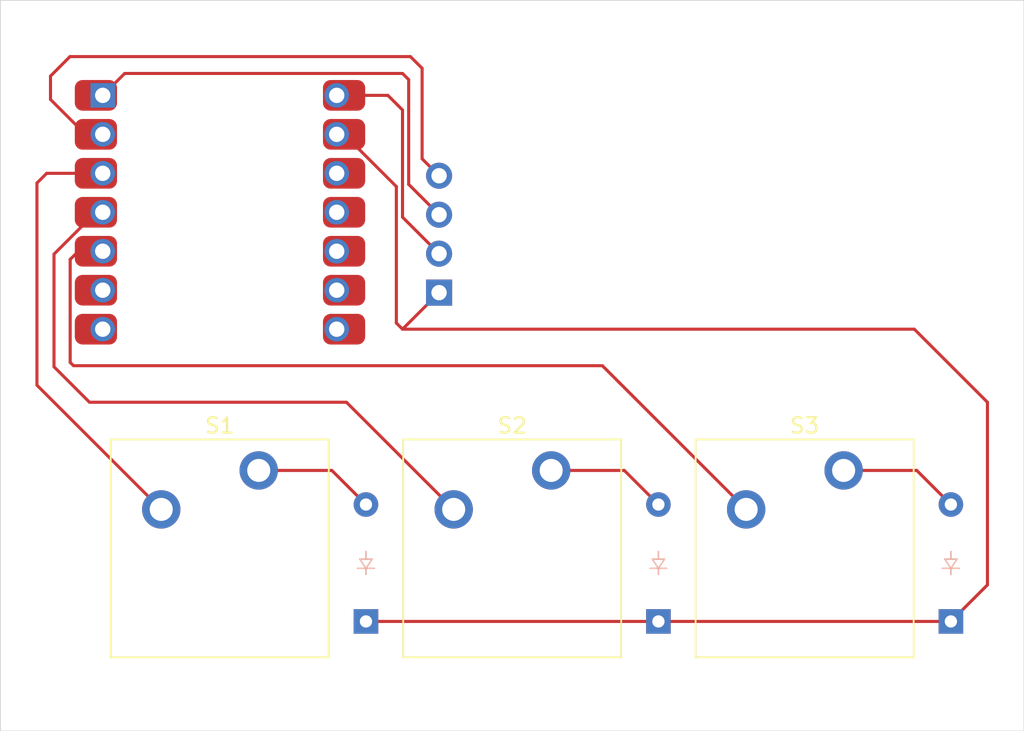
<source format=kicad_pcb>
(kicad_pcb (version 20241229) (generator "pcbnew") (generator_version "9.0")
  (layers (0 "F.Cu" signal) (2 "B.Cu" signal) (13 "F.Paste" user) (15 "B.Paste" user) (5 "F.SilkS" user "F.Silkscreen") (7 "B.SilkS" user "B.Silkscreen") (1 "F.Mask" user) (3 "B.Mask" user) (25 "Edge.Cuts" user))
  (net 0 "")
  (net 1 "Net-(D1-K)")
  (net 2 "Net-(D1-A)")
  (net 3 "Net-(D2-A)")
  (net 4 "Net-(D3-A)")
  (net 5 "Net-(U1-PA10_A2_D2)")
  (net 10 "Net-(J1-VCC)")
  (net 11 "Net-(J1-SCL)")
  (net 12 "Net-(J1-SDA)")
  (net 13 "Net-(U1-PA11_A3_D3)")
  (net 14 "Net-(U1-PA8_A4_D4_SDA)")
  (net 15 "Net-(U1-PA9_A5_D5_SCL)")
  (net 16 "Net-(U1-PA7_A8_D8_SCK)")
  (net 17 "Net-(U1-PB09_A7_D7_RX)")
  (footprint "ScottoKeebs_Components:OLED_128x32" (layer "F.Cu") (at 69.8375 49.73125)
    (property "Reference" "J1" (hide yes))
    (property "Value" "OLED_128x32")
    (pad "1" thru_hole rect (at 1.6 9.8 180) (size 1.7 1.7) (drill 1) (layers "*.Cu" "*.Mask") (net 1 "Net-(D1-K)"))
    (pad "2" thru_hole oval (at 1.6 7.26 180) (size 1.7 1.7) (drill 1) (layers "*.Cu" "*.Mask") (net 10 "Net-(J1-VCC)"))
    (pad "3" thru_hole oval (at 1.6 4.72 180) (size 1.7 1.7) (drill 1) (layers "*.Cu" "*.Mask") (net 11 "Net-(J1-SCL)"))
    (pad "4" thru_hole oval (at 1.6 2.18 180) (size 1.7 1.7) (drill 1) (layers "*.Cu" "*.Mask") (net 12 "Net-(J1-SDA)"))
  )
  (footprint "ScottoKeebs_MX:MX_PCB_1.00u" (layer "F.Cu") (at 76.2 76.2)
    (property "Reference" "S2" (at 0 -8 0) (layer "F.SilkS"))
    (property "Value" "~")
    (fp_line (start -7.1 -7.1) (end -7.1 7.1) (stroke (width 0.12)) (layer "F.SilkS"))
    (fp_line (start -7.1 7.1) (end 7.1 7.1) (stroke (width 0.12)) (layer "F.SilkS"))
    (fp_line (start 7.1 -7.1) (end -7.1 -7.1) (stroke (width 0.12)) (layer "F.SilkS"))
    (fp_line (start 7.1 7.1) (end 7.1 -7.1) (stroke (width 0.12)) (layer "F.SilkS"))
    (pad "" np_thru_hole circle (at -5.08 0) (size 1.75 1.75) (drill 1.75) (layers "*.Cu" "*.Mask"))
    (pad "" np_thru_hole circle (at 0 0) (size 4 4) (drill 4) (layers "*.Cu" "*.Mask"))
    (pad "" np_thru_hole circle (at 5.08 0) (size 1.75 1.75) (drill 1.75) (layers "*.Cu" "*.Mask"))
    (pad "1" thru_hole circle (at -3.81 -2.54) (size 2.5 2.5) (drill 1.5) (layers "*.Cu" "*.Mask") (net 13 "Net-(U1-PA11_A3_D3)"))
    (pad "2" thru_hole circle (at 2.54 -5.08) (size 2.5 2.5) (drill 1.5) (layers "*.Cu" "*.Mask") (net 3 "Net-(D2-A)"))
  )
  (footprint "ScottoKeebs_MX:MX_PCB_1.00u" (layer "F.Cu") (at 57.15 76.2)
    (property "Reference" "S1" (at 0 -8 0) (layer "F.SilkS"))
    (property "Value" "~")
    (fp_line (start -7.1 -7.1) (end -7.1 7.1) (stroke (width 0.12)) (layer "F.SilkS"))
    (fp_line (start -7.1 7.1) (end 7.1 7.1) (stroke (width 0.12)) (layer "F.SilkS"))
    (fp_line (start 7.1 -7.1) (end -7.1 -7.1) (stroke (width 0.12)) (layer "F.SilkS"))
    (fp_line (start 7.1 7.1) (end 7.1 -7.1) (stroke (width 0.12)) (layer "F.SilkS"))
    (pad "" np_thru_hole circle (at -5.08 0) (size 1.75 1.75) (drill 1.75) (layers "*.Cu" "*.Mask"))
    (pad "" np_thru_hole circle (at 0 0) (size 4 4) (drill 4) (layers "*.Cu" "*.Mask"))
    (pad "" np_thru_hole circle (at 5.08 0) (size 1.75 1.75) (drill 1.75) (layers "*.Cu" "*.Mask"))
    (pad "1" thru_hole circle (at -3.81 -2.54) (size 2.5 2.5) (drill 1.5) (layers "*.Cu" "*.Mask") (net 5 "Net-(U1-PA10_A2_D2)"))
    (pad "2" thru_hole circle (at 2.54 -5.08) (size 2.5 2.5) (drill 1.5) (layers "*.Cu" "*.Mask") (net 2 "Net-(D1-A)"))
  )
  (footprint "ScottoKeebs_MX:MX_PCB_1.00u" (layer "F.Cu") (at 95.25 76.2)
    (property "Reference" "S3" (at 0 -8 0) (layer "F.SilkS"))
    (property "Value" "~")
    (fp_line (start -7.1 -7.1) (end -7.1 7.1) (stroke (width 0.12)) (layer "F.SilkS"))
    (fp_line (start -7.1 7.1) (end 7.1 7.1) (stroke (width 0.12)) (layer "F.SilkS"))
    (fp_line (start 7.1 -7.1) (end -7.1 -7.1) (stroke (width 0.12)) (layer "F.SilkS"))
    (fp_line (start 7.1 7.1) (end 7.1 -7.1) (stroke (width 0.12)) (layer "F.SilkS"))
    (pad "" np_thru_hole circle (at -5.08 0) (size 1.75 1.75) (drill 1.75) (layers "*.Cu" "*.Mask"))
    (pad "" np_thru_hole circle (at 0 0) (size 4 4) (drill 4) (layers "*.Cu" "*.Mask"))
    (pad "" np_thru_hole circle (at 5.08 0) (size 1.75 1.75) (drill 1.75) (layers "*.Cu" "*.Mask"))
    (pad "1" thru_hole circle (at -3.81 -2.54) (size 2.5 2.5) (drill 1.5) (layers "*.Cu" "*.Mask") (net 14 "Net-(U1-PA8_A4_D4_SDA)"))
    (pad "2" thru_hole circle (at 2.54 -5.08) (size 2.5 2.5) (drill 1.5) (layers "*.Cu" "*.Mask") (net 4 "Net-(D3-A)"))
  )
  (footprint "ScottoKeebs_MCU:Seeed_XIAO_RP2040" (layer "F.Cu") (at 57.15 54.2925)
    (property "Reference" "U1" (hide yes))
    (property "Value" "MCU_Seeed_XIAO_RP2040")
    (pad "1" smd roundrect (at -8.065 -7.62) (size 2.75 2) (layers "F.Cu" "F.Mask" "F.Paste") (net 11 "Net-(J1-SCL)"))
    (pad "1" thru_hole rect (at -7.62 -7.62 90) (size 1.6 1.6) (drill 1) (layers "*.Cu" "*.Mask") (net 11 "Net-(J1-SCL)"))
    (pad "2" smd roundrect (at -8.065 -5.08) (size 2.75 2) (layers "F.Cu" "F.Mask" "F.Paste") (net 12 "Net-(J1-SDA)"))
    (pad "2" thru_hole circle (at -7.62 -5.08 90) (size 1.6 1.6) (drill 1) (layers "*.Cu" "*.Mask") (net 12 "Net-(J1-SDA)"))
    (pad "3" smd roundrect (at -8.065 -2.54) (size 2.75 2) (layers "F.Cu" "F.Mask" "F.Paste") (net 5 "Net-(U1-PA10_A2_D2)"))
    (pad "3" thru_hole circle (at -7.62 -2.54 90) (size 1.6 1.6) (drill 1) (layers "*.Cu" "*.Mask") (net 5 "Net-(U1-PA10_A2_D2)"))
    (pad "4" smd roundrect (at -8.065 0) (size 2.75 2) (layers "F.Cu" "F.Mask" "F.Paste") (net 13 "Net-(U1-PA11_A3_D3)"))
    (pad "4" thru_hole circle (at -7.62 0 90) (size 1.6 1.6) (drill 1) (layers "*.Cu" "*.Mask") (net 13 "Net-(U1-PA11_A3_D3)"))
    (pad "5" smd roundrect (at -8.065 2.54) (size 2.75 2) (layers "F.Cu" "F.Mask" "F.Paste") (net 14 "Net-(U1-PA8_A4_D4_SDA)"))
    (pad "5" thru_hole circle (at -7.62 2.54 90) (size 1.6 1.6) (drill 1) (layers "*.Cu" "*.Mask") (net 14 "Net-(U1-PA8_A4_D4_SDA)"))
    (pad "6" smd roundrect (at -8.065 5.08) (size 2.75 2) (layers "F.Cu" "F.Mask" "F.Paste") (net 15 "Net-(U1-PA9_A5_D5_SCL)"))
    (pad "6" thru_hole circle (at -7.62 5.08 90) (size 1.6 1.6) (drill 1) (layers "*.Cu" "*.Mask") (net 15 "Net-(U1-PA9_A5_D5_SCL)"))
    (pad "7" smd roundrect (at -8.065 7.62) (size 2.75 2) (layers "F.Cu" "F.Mask" "F.Paste"))
    (pad "7" thru_hole circle (at -7.62 7.62 90) (size 1.6 1.6) (drill 1) (layers "*.Cu" "*.Mask"))
    (pad "8" thru_hole circle (at 7.62 7.62 90) (size 1.6 1.6) (drill 1) (layers "*.Cu" "*.Mask") (net 17 "Net-(U1-PB09_A7_D7_RX)"))
    (pad "8" smd roundrect (at 8.1 7.62) (size 2.75 2) (layers "F.Cu" "F.Mask" "F.Paste") (net 17 "Net-(U1-PB09_A7_D7_RX)"))
    (pad "9" thru_hole circle (at 7.62 5.08 90) (size 1.6 1.6) (drill 1) (layers "*.Cu" "*.Mask") (net 16 "Net-(U1-PA7_A8_D8_SCK)"))
    (pad "9" smd roundrect (at 8.1 5.08) (size 2.75 2) (layers "F.Cu" "F.Mask" "F.Paste") (net 16 "Net-(U1-PA7_A8_D8_SCK)"))
    (pad "10" thru_hole circle (at 7.62 2.54 90) (size 1.6 1.6) (drill 1) (layers "*.Cu" "*.Mask"))
    (pad "10" smd roundrect (at 8.1 2.54) (size 2.75 2) (layers "F.Cu" "F.Mask" "F.Paste"))
    (pad "11" thru_hole circle (at 7.62 0 90) (size 1.6 1.6) (drill 1) (layers "*.Cu" "*.Mask"))
    (pad "11" smd roundrect (at 8.1 0) (size 2.75 2) (layers "F.Cu" "F.Mask" "F.Paste"))
    (pad "12" thru_hole circle (at 7.62 -2.54 90) (size 1.6 1.6) (drill 1) (layers "*.Cu" "*.Mask"))
    (pad "12" smd roundrect (at 8.1 -2.54) (size 2.75 2) (layers "F.Cu" "F.Mask" "F.Paste"))
    (pad "13" thru_hole circle (at 7.62 -5.08 90) (size 1.6 1.6) (drill 1) (layers "*.Cu" "*.Mask") (net 1 "Net-(D1-K)"))
    (pad "13" smd roundrect (at 8.1 -5.08) (size 2.75 2) (layers "F.Cu" "F.Mask" "F.Paste") (net 1 "Net-(D1-K)"))
    (pad "14" thru_hole circle (at 7.62 -7.62 90) (size 1.6 1.6) (drill 1) (layers "*.Cu" "*.Mask") (net 10 "Net-(J1-VCC)"))
    (pad "14" smd roundrect (at 8.1 -7.62) (size 2.75 2) (layers "F.Cu" "F.Mask" "F.Paste") (net 10 "Net-(J1-VCC)"))
  )
  (footprint "ScottoKeebs_Components:Diode_DO-35" (layer "B.Cu") (at 104.775 80.9625 90)
    (property "Reference" "D3" (hide yes))
    (property "Value" "~" (hide yes))
    (fp_line (start 4.06 -0.4) (end 3.46 0) (stroke (width 0.1)) (layer "B.SilkS"))
    (fp_line (start 4.06 0) (end 4.56 0) (stroke (width 0.1)) (layer "B.SilkS"))
    (fp_line (start 3.46 0) (end 4.06 0.4) (stroke (width 0.1)) (layer "B.SilkS"))
    (fp_line (start 3.06 0) (end 3.46 0) (stroke (width 0.1)) (layer "B.SilkS"))
    (fp_line (start 4.06 0.4) (end 4.06 -0.4) (stroke (width 0.1)) (layer "B.SilkS"))
    (fp_line (start 3.46 0.55) (end 3.46 -0.55) (stroke (width 0.1)) (layer "B.SilkS"))
    (pad "1" thru_hole rect (at 0 0 90) (size 1.6 1.6) (drill 0.8) (layers "*.Cu" "*.Mask") (net 1 "Net-(D1-K)"))
    (pad "2" thru_hole oval (at 7.62 0 90) (size 1.6 1.6) (drill 0.8) (layers "*.Cu" "*.Mask") (net 4 "Net-(D3-A)"))
  )
  (footprint "ScottoKeebs_Components:Diode_DO-35" (layer "B.Cu") (at 66.675 80.9625 90)
    (property "Reference" "D1" (hide yes))
    (property "Value" "~" (hide yes))
    (fp_line (start 4.06 -0.4) (end 3.46 0) (stroke (width 0.1)) (layer "B.SilkS"))
    (fp_line (start 4.06 0) (end 4.56 0) (stroke (width 0.1)) (layer "B.SilkS"))
    (fp_line (start 3.46 0) (end 4.06 0.4) (stroke (width 0.1)) (layer "B.SilkS"))
    (fp_line (start 3.06 0) (end 3.46 0) (stroke (width 0.1)) (layer "B.SilkS"))
    (fp_line (start 4.06 0.4) (end 4.06 -0.4) (stroke (width 0.1)) (layer "B.SilkS"))
    (fp_line (start 3.46 0.55) (end 3.46 -0.55) (stroke (width 0.1)) (layer "B.SilkS"))
    (pad "1" thru_hole rect (at 0 0 90) (size 1.6 1.6) (drill 0.8) (layers "*.Cu" "*.Mask") (net 1 "Net-(D1-K)"))
    (pad "2" thru_hole oval (at 7.62 0 90) (size 1.6 1.6) (drill 0.8) (layers "*.Cu" "*.Mask") (net 2 "Net-(D1-A)"))
  )
  (footprint "ScottoKeebs_Components:Diode_DO-35" (layer "B.Cu") (at 85.725 80.9625 90)
    (property "Reference" "D2" (hide yes))
    (property "Value" "~" (hide yes))
    (fp_line (start 4.06 -0.4) (end 3.46 0) (stroke (width 0.1)) (layer "B.SilkS"))
    (fp_line (start 4.06 0) (end 4.56 0) (stroke (width 0.1)) (layer "B.SilkS"))
    (fp_line (start 3.46 0) (end 4.06 0.4) (stroke (width 0.1)) (layer "B.SilkS"))
    (fp_line (start 3.06 0) (end 3.46 0) (stroke (width 0.1)) (layer "B.SilkS"))
    (fp_line (start 4.06 0.4) (end 4.06 -0.4) (stroke (width 0.1)) (layer "B.SilkS"))
    (fp_line (start 3.46 0.55) (end 3.46 -0.55) (stroke (width 0.1)) (layer "B.SilkS"))
    (pad "1" thru_hole rect (at 0 0 90) (size 1.6 1.6) (drill 0.8) (layers "*.Cu" "*.Mask") (net 1 "Net-(D1-K)"))
    (pad "2" thru_hole oval (at 7.62 0 90) (size 1.6 1.6) (drill 0.8) (layers "*.Cu" "*.Mask") (net 3 "Net-(D2-A)"))
  )
  (gr_rect (start 42.8625 40.48125) (end 109.5375 88.10625) (stroke (width 0.05)) (fill no) (layer "Edge.Cuts"))
  (segment (start 107.15625 66.675) (end 102.39375 61.9125) (width 0.2) (layer "F.Cu") (net 1))
  (segment (start 107.15625 78.58125) (end 107.15625 66.675) (width 0.2) (layer "F.Cu") (net 1))
  (segment (start 85.725 80.9625) (end 104.775 80.9625) (width 0.2) (layer "F.Cu") (net 1))
  (segment (start 102.39375 61.9125) (end 69.05625 61.9125) (width 0.2) (layer "F.Cu") (net 1))
  (segment (start 68.65525 61.5115) (end 68.65525 52.61775) (width 0.2) (layer "F.Cu") (net 1))
  (segment (start 66.675 80.9625) (end 85.725 80.9625) (width 0.2) (layer "F.Cu") (net 1))
  (segment (start 71.4375 59.53125) (end 69.05625 61.9125) (width 0.2) (layer "F.Cu") (net 1))
  (segment (start 104.775 80.9625) (end 107.15625 78.58125) (width 0.2) (layer "F.Cu") (net 1))
  (segment (start 68.65525 52.61775) (end 65.25 49.2125) (width 0.2) (layer "F.Cu") (net 1))
  (segment (start 69.05625 61.9125) (end 68.65525 61.5115) (width 0.2) (layer "F.Cu") (net 1))
  (segment (start 59.69 71.12) (end 64.4525 71.12) (width 0.2) (layer "F.Cu") (net 2))
  (segment (start 64.4525 71.12) (end 66.675 73.3425) (width 0.2) (layer "F.Cu") (net 2))
  (segment (start 78.74 71.12) (end 83.5025 71.12) (width 0.2) (layer "F.Cu") (net 3))
  (segment (start 83.5025 71.12) (end 85.725 73.3425) (width 0.2) (layer "F.Cu") (net 3))
  (segment (start 102.5525 71.12) (end 104.775 73.3425) (width 0.2) (layer "F.Cu") (net 4))
  (segment (start 97.79 71.12) (end 102.5525 71.12) (width 0.2) (layer "F.Cu") (net 4))
  (segment (start 45.87875 51.7525) (end 49.085 51.7525) (width 0.2) (layer "F.Cu") (net 5))
  (segment (start 45.24375 52.3875) (end 45.87875 51.7525) (width 0.2) (layer "F.Cu") (net 5))
  (segment (start 53.34 73.66) (end 45.24375 65.56375) (width 0.2) (layer "F.Cu") (net 5))
  (segment (start 45.24375 65.56375) (end 45.24375 52.3875) (width 0.2) (layer "F.Cu") (net 5))
  (segment (start 69.05625 54.61) (end 69.05625 47.625) (width 0.2) (layer "F.Cu") (net 10))
  (segment (start 71.4375 56.99125) (end 69.05625 54.61) (width 0.2) (layer "F.Cu") (net 10))
  (segment (start 68.10375 46.6725) (end 64.77 46.6725) (width 0.2) (layer "F.Cu") (net 10))
  (segment (start 69.05625 47.625) (end 68.10375 46.6725) (width 0.2) (layer "F.Cu") (net 10))
  (segment (start 69.45725 52.471) (end 69.45725 45.64475) (width 0.2) (layer "F.Cu") (net 11))
  (segment (start 71.4375 54.45125) (end 69.45725 52.471) (width 0.2) (layer "F.Cu") (net 11))
  (segment (start 50.95875 45.24375) (end 49.53 46.6725) (width 0.2) (layer "F.Cu") (net 11))
  (segment (start 69.05625 45.24375) (end 50.95875 45.24375) (width 0.2) (layer "F.Cu") (net 11))
  (segment (start 69.45725 45.64475) (end 69.05625 45.24375) (width 0.2) (layer "F.Cu") (net 11))
  (segment (start 71.4375 51.91125) (end 70.3326 50.80635) (width 0.2) (layer "F.Cu") (net 12))
  (segment (start 48.41875 49.2125) (end 49.53 49.2125) (width 0.2) (layer "F.Cu") (net 12))
  (segment (start 48.39863 49.2125) (end 49.085 49.2125) (width 0.2) (layer "F.Cu") (net 12))
  (segment (start 46.1264 45.4152) (end 46.1264 46.94027) (width 0.2) (layer "F.Cu") (net 12))
  (segment (start 46.1264 46.94027) (end 48.39863 49.2125) (width 0.2) (layer "F.Cu") (net 12))
  (segment (start 47.3964 44.1452) (end 46.1264 45.4152) (width 0.2) (layer "F.Cu") (net 12))
  (segment (start 70.3326 50.80635) (end 70.3326 44.9072) (width 0.2) (layer "F.Cu") (net 12))
  (segment (start 70.3326 44.9072) (end 69.5706 44.1452) (width 0.2) (layer "F.Cu") (net 12))
  (segment (start 69.5706 44.1452) (end 47.3964 44.1452) (width 0.2) (layer "F.Cu") (net 12))
  (segment (start 48.6664 66.675) (end 46.355 64.3636) (width 0.2) (layer "F.Cu") (net 13))
  (segment (start 46.355 57.0225) (end 49.085 54.2925) (width 0.2) (layer "F.Cu") (net 13))
  (segment (start 72.39 73.66) (end 65.405 66.675) (width 0.2) (layer "F.Cu") (net 13))
  (segment (start 46.355 64.3636) (end 46.355 57.0225) (width 0.2) (layer "F.Cu") (net 13))
  (segment (start 65.405 66.675) (end 48.6664 66.675) (width 0.2) (layer "F.Cu") (net 13))
  (segment (start 91.44 73.66) (end 82.07375 64.29375) (width 0.2) (layer "F.Cu") (net 14))
  (segment (start 82.07375 64.29375) (end 47.625 64.29375) (width 0.2) (layer "F.Cu") (net 14))
  (segment (start 47.409 64.07775) (end 47.409 57.366) (width 0.2) (layer "F.Cu") (net 14))
  (segment (start 47.625 64.29375) (end 47.409 64.07775) (width 0.2) (layer "F.Cu") (net 14))
  (segment (start 47.409 57.366) (end 47.9425 56.8325) (width 0.2) (layer "F.Cu") (net 14))
  (segment (start 47.9425 56.8325) (end 49.53 56.8325) (width 0.2) (layer "F.Cu") (net 14))
)
</source>
